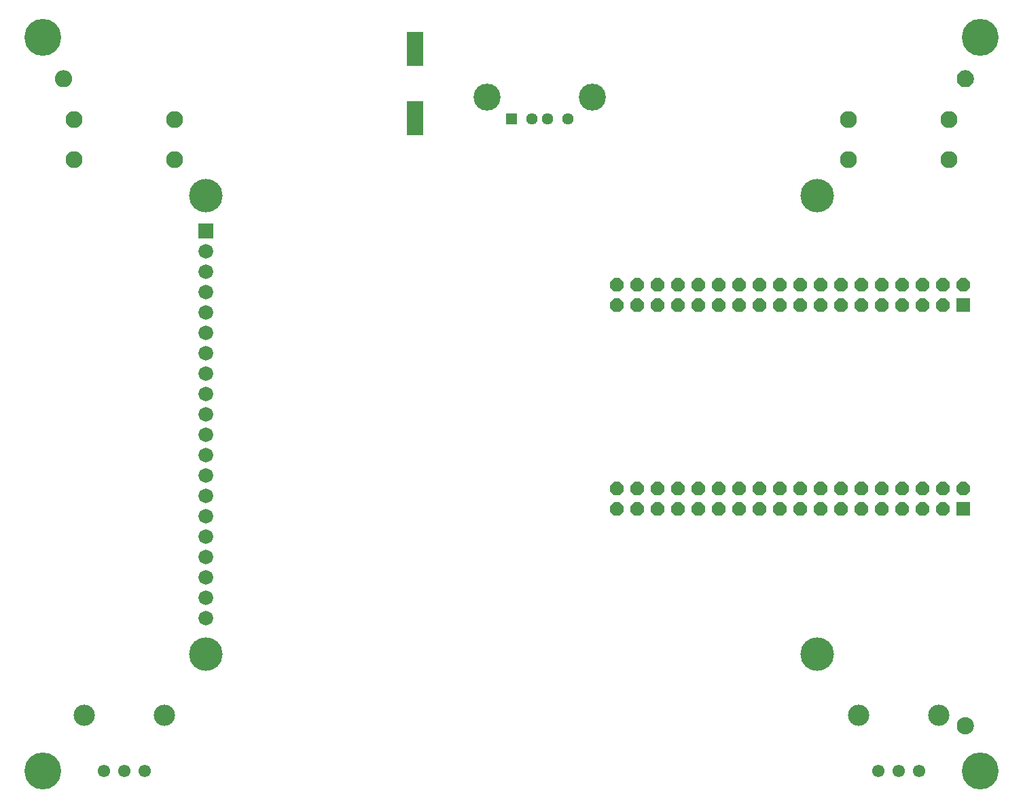
<source format=gbr>
G04 EAGLE Gerber RS-274X export*
G75*
%MOMM*%
%FSLAX34Y34*%
%LPD*%
%INSoldermask Bottom*%
%IPPOS*%
%AMOC8*
5,1,8,0,0,1.08239X$1,22.5*%
G01*
%ADD10C,2.112400*%
%ADD11C,1.552400*%
%ADD12C,2.652400*%
%ADD13R,1.440400X1.440400*%
%ADD14C,1.440400*%
%ADD15C,3.372400*%
%ADD16R,2.152400X4.252400*%
%ADD17C,0.609600*%
%ADD18C,1.168400*%
%ADD19C,4.597400*%
%ADD20R,1.676400X1.676400*%
%ADD21P,1.814519X8X202.500000*%
%ADD22R,1.828800X1.828800*%
%ADD23C,1.828800*%
%ADD24C,4.168400*%


D10*
X1180100Y863200D03*
X1180100Y813200D03*
X1055100Y813200D03*
X1055100Y863200D03*
D11*
X1092600Y50800D03*
X1117600Y50800D03*
X1142600Y50800D03*
D12*
X1067600Y120800D03*
X1167600Y120800D03*
D11*
X127400Y50800D03*
X152400Y50800D03*
X177400Y50800D03*
D12*
X102400Y120800D03*
X202400Y120800D03*
D10*
X214900Y863200D03*
X214900Y813200D03*
X89900Y813200D03*
X89900Y863200D03*
D13*
X635000Y863600D03*
D14*
X660000Y863600D03*
X680000Y863600D03*
X705000Y863600D03*
D15*
X604300Y890700D03*
X735700Y890700D03*
D16*
X514350Y864550D03*
X514350Y951550D03*
D17*
X68580Y914400D02*
X68582Y914587D01*
X68589Y914774D01*
X68601Y914961D01*
X68617Y915147D01*
X68637Y915333D01*
X68662Y915518D01*
X68692Y915703D01*
X68726Y915887D01*
X68765Y916070D01*
X68808Y916252D01*
X68856Y916432D01*
X68908Y916612D01*
X68965Y916790D01*
X69025Y916967D01*
X69091Y917142D01*
X69160Y917316D01*
X69234Y917488D01*
X69312Y917658D01*
X69394Y917826D01*
X69480Y917992D01*
X69570Y918156D01*
X69664Y918317D01*
X69762Y918477D01*
X69864Y918633D01*
X69970Y918788D01*
X70080Y918939D01*
X70193Y919088D01*
X70310Y919234D01*
X70430Y919377D01*
X70554Y919517D01*
X70681Y919654D01*
X70812Y919788D01*
X70946Y919919D01*
X71083Y920046D01*
X71223Y920170D01*
X71366Y920290D01*
X71512Y920407D01*
X71661Y920520D01*
X71812Y920630D01*
X71967Y920736D01*
X72123Y920838D01*
X72283Y920936D01*
X72444Y921030D01*
X72608Y921120D01*
X72774Y921206D01*
X72942Y921288D01*
X73112Y921366D01*
X73284Y921440D01*
X73458Y921509D01*
X73633Y921575D01*
X73810Y921635D01*
X73988Y921692D01*
X74168Y921744D01*
X74348Y921792D01*
X74530Y921835D01*
X74713Y921874D01*
X74897Y921908D01*
X75082Y921938D01*
X75267Y921963D01*
X75453Y921983D01*
X75639Y921999D01*
X75826Y922011D01*
X76013Y922018D01*
X76200Y922020D01*
X76387Y922018D01*
X76574Y922011D01*
X76761Y921999D01*
X76947Y921983D01*
X77133Y921963D01*
X77318Y921938D01*
X77503Y921908D01*
X77687Y921874D01*
X77870Y921835D01*
X78052Y921792D01*
X78232Y921744D01*
X78412Y921692D01*
X78590Y921635D01*
X78767Y921575D01*
X78942Y921509D01*
X79116Y921440D01*
X79288Y921366D01*
X79458Y921288D01*
X79626Y921206D01*
X79792Y921120D01*
X79956Y921030D01*
X80117Y920936D01*
X80277Y920838D01*
X80433Y920736D01*
X80588Y920630D01*
X80739Y920520D01*
X80888Y920407D01*
X81034Y920290D01*
X81177Y920170D01*
X81317Y920046D01*
X81454Y919919D01*
X81588Y919788D01*
X81719Y919654D01*
X81846Y919517D01*
X81970Y919377D01*
X82090Y919234D01*
X82207Y919088D01*
X82320Y918939D01*
X82430Y918788D01*
X82536Y918633D01*
X82638Y918477D01*
X82736Y918317D01*
X82830Y918156D01*
X82920Y917992D01*
X83006Y917826D01*
X83088Y917658D01*
X83166Y917488D01*
X83240Y917316D01*
X83309Y917142D01*
X83375Y916967D01*
X83435Y916790D01*
X83492Y916612D01*
X83544Y916432D01*
X83592Y916252D01*
X83635Y916070D01*
X83674Y915887D01*
X83708Y915703D01*
X83738Y915518D01*
X83763Y915333D01*
X83783Y915147D01*
X83799Y914961D01*
X83811Y914774D01*
X83818Y914587D01*
X83820Y914400D01*
X83818Y914213D01*
X83811Y914026D01*
X83799Y913839D01*
X83783Y913653D01*
X83763Y913467D01*
X83738Y913282D01*
X83708Y913097D01*
X83674Y912913D01*
X83635Y912730D01*
X83592Y912548D01*
X83544Y912368D01*
X83492Y912188D01*
X83435Y912010D01*
X83375Y911833D01*
X83309Y911658D01*
X83240Y911484D01*
X83166Y911312D01*
X83088Y911142D01*
X83006Y910974D01*
X82920Y910808D01*
X82830Y910644D01*
X82736Y910483D01*
X82638Y910323D01*
X82536Y910167D01*
X82430Y910012D01*
X82320Y909861D01*
X82207Y909712D01*
X82090Y909566D01*
X81970Y909423D01*
X81846Y909283D01*
X81719Y909146D01*
X81588Y909012D01*
X81454Y908881D01*
X81317Y908754D01*
X81177Y908630D01*
X81034Y908510D01*
X80888Y908393D01*
X80739Y908280D01*
X80588Y908170D01*
X80433Y908064D01*
X80277Y907962D01*
X80117Y907864D01*
X79956Y907770D01*
X79792Y907680D01*
X79626Y907594D01*
X79458Y907512D01*
X79288Y907434D01*
X79116Y907360D01*
X78942Y907291D01*
X78767Y907225D01*
X78590Y907165D01*
X78412Y907108D01*
X78232Y907056D01*
X78052Y907008D01*
X77870Y906965D01*
X77687Y906926D01*
X77503Y906892D01*
X77318Y906862D01*
X77133Y906837D01*
X76947Y906817D01*
X76761Y906801D01*
X76574Y906789D01*
X76387Y906782D01*
X76200Y906780D01*
X76013Y906782D01*
X75826Y906789D01*
X75639Y906801D01*
X75453Y906817D01*
X75267Y906837D01*
X75082Y906862D01*
X74897Y906892D01*
X74713Y906926D01*
X74530Y906965D01*
X74348Y907008D01*
X74168Y907056D01*
X73988Y907108D01*
X73810Y907165D01*
X73633Y907225D01*
X73458Y907291D01*
X73284Y907360D01*
X73112Y907434D01*
X72942Y907512D01*
X72774Y907594D01*
X72608Y907680D01*
X72444Y907770D01*
X72283Y907864D01*
X72123Y907962D01*
X71967Y908064D01*
X71812Y908170D01*
X71661Y908280D01*
X71512Y908393D01*
X71366Y908510D01*
X71223Y908630D01*
X71083Y908754D01*
X70946Y908881D01*
X70812Y909012D01*
X70681Y909146D01*
X70554Y909283D01*
X70430Y909423D01*
X70310Y909566D01*
X70193Y909712D01*
X70080Y909861D01*
X69970Y910012D01*
X69864Y910167D01*
X69762Y910323D01*
X69664Y910483D01*
X69570Y910644D01*
X69480Y910808D01*
X69394Y910974D01*
X69312Y911142D01*
X69234Y911312D01*
X69160Y911484D01*
X69091Y911658D01*
X69025Y911833D01*
X68965Y912010D01*
X68908Y912188D01*
X68856Y912368D01*
X68808Y912548D01*
X68765Y912730D01*
X68726Y912913D01*
X68692Y913097D01*
X68662Y913282D01*
X68637Y913467D01*
X68617Y913653D01*
X68601Y913839D01*
X68589Y914026D01*
X68582Y914213D01*
X68580Y914400D01*
D18*
X76200Y914400D03*
D17*
X1192530Y914400D02*
X1192532Y914587D01*
X1192539Y914774D01*
X1192551Y914961D01*
X1192567Y915147D01*
X1192587Y915333D01*
X1192612Y915518D01*
X1192642Y915703D01*
X1192676Y915887D01*
X1192715Y916070D01*
X1192758Y916252D01*
X1192806Y916432D01*
X1192858Y916612D01*
X1192915Y916790D01*
X1192975Y916967D01*
X1193041Y917142D01*
X1193110Y917316D01*
X1193184Y917488D01*
X1193262Y917658D01*
X1193344Y917826D01*
X1193430Y917992D01*
X1193520Y918156D01*
X1193614Y918317D01*
X1193712Y918477D01*
X1193814Y918633D01*
X1193920Y918788D01*
X1194030Y918939D01*
X1194143Y919088D01*
X1194260Y919234D01*
X1194380Y919377D01*
X1194504Y919517D01*
X1194631Y919654D01*
X1194762Y919788D01*
X1194896Y919919D01*
X1195033Y920046D01*
X1195173Y920170D01*
X1195316Y920290D01*
X1195462Y920407D01*
X1195611Y920520D01*
X1195762Y920630D01*
X1195917Y920736D01*
X1196073Y920838D01*
X1196233Y920936D01*
X1196394Y921030D01*
X1196558Y921120D01*
X1196724Y921206D01*
X1196892Y921288D01*
X1197062Y921366D01*
X1197234Y921440D01*
X1197408Y921509D01*
X1197583Y921575D01*
X1197760Y921635D01*
X1197938Y921692D01*
X1198118Y921744D01*
X1198298Y921792D01*
X1198480Y921835D01*
X1198663Y921874D01*
X1198847Y921908D01*
X1199032Y921938D01*
X1199217Y921963D01*
X1199403Y921983D01*
X1199589Y921999D01*
X1199776Y922011D01*
X1199963Y922018D01*
X1200150Y922020D01*
X1200337Y922018D01*
X1200524Y922011D01*
X1200711Y921999D01*
X1200897Y921983D01*
X1201083Y921963D01*
X1201268Y921938D01*
X1201453Y921908D01*
X1201637Y921874D01*
X1201820Y921835D01*
X1202002Y921792D01*
X1202182Y921744D01*
X1202362Y921692D01*
X1202540Y921635D01*
X1202717Y921575D01*
X1202892Y921509D01*
X1203066Y921440D01*
X1203238Y921366D01*
X1203408Y921288D01*
X1203576Y921206D01*
X1203742Y921120D01*
X1203906Y921030D01*
X1204067Y920936D01*
X1204227Y920838D01*
X1204383Y920736D01*
X1204538Y920630D01*
X1204689Y920520D01*
X1204838Y920407D01*
X1204984Y920290D01*
X1205127Y920170D01*
X1205267Y920046D01*
X1205404Y919919D01*
X1205538Y919788D01*
X1205669Y919654D01*
X1205796Y919517D01*
X1205920Y919377D01*
X1206040Y919234D01*
X1206157Y919088D01*
X1206270Y918939D01*
X1206380Y918788D01*
X1206486Y918633D01*
X1206588Y918477D01*
X1206686Y918317D01*
X1206780Y918156D01*
X1206870Y917992D01*
X1206956Y917826D01*
X1207038Y917658D01*
X1207116Y917488D01*
X1207190Y917316D01*
X1207259Y917142D01*
X1207325Y916967D01*
X1207385Y916790D01*
X1207442Y916612D01*
X1207494Y916432D01*
X1207542Y916252D01*
X1207585Y916070D01*
X1207624Y915887D01*
X1207658Y915703D01*
X1207688Y915518D01*
X1207713Y915333D01*
X1207733Y915147D01*
X1207749Y914961D01*
X1207761Y914774D01*
X1207768Y914587D01*
X1207770Y914400D01*
X1207768Y914213D01*
X1207761Y914026D01*
X1207749Y913839D01*
X1207733Y913653D01*
X1207713Y913467D01*
X1207688Y913282D01*
X1207658Y913097D01*
X1207624Y912913D01*
X1207585Y912730D01*
X1207542Y912548D01*
X1207494Y912368D01*
X1207442Y912188D01*
X1207385Y912010D01*
X1207325Y911833D01*
X1207259Y911658D01*
X1207190Y911484D01*
X1207116Y911312D01*
X1207038Y911142D01*
X1206956Y910974D01*
X1206870Y910808D01*
X1206780Y910644D01*
X1206686Y910483D01*
X1206588Y910323D01*
X1206486Y910167D01*
X1206380Y910012D01*
X1206270Y909861D01*
X1206157Y909712D01*
X1206040Y909566D01*
X1205920Y909423D01*
X1205796Y909283D01*
X1205669Y909146D01*
X1205538Y909012D01*
X1205404Y908881D01*
X1205267Y908754D01*
X1205127Y908630D01*
X1204984Y908510D01*
X1204838Y908393D01*
X1204689Y908280D01*
X1204538Y908170D01*
X1204383Y908064D01*
X1204227Y907962D01*
X1204067Y907864D01*
X1203906Y907770D01*
X1203742Y907680D01*
X1203576Y907594D01*
X1203408Y907512D01*
X1203238Y907434D01*
X1203066Y907360D01*
X1202892Y907291D01*
X1202717Y907225D01*
X1202540Y907165D01*
X1202362Y907108D01*
X1202182Y907056D01*
X1202002Y907008D01*
X1201820Y906965D01*
X1201637Y906926D01*
X1201453Y906892D01*
X1201268Y906862D01*
X1201083Y906837D01*
X1200897Y906817D01*
X1200711Y906801D01*
X1200524Y906789D01*
X1200337Y906782D01*
X1200150Y906780D01*
X1199963Y906782D01*
X1199776Y906789D01*
X1199589Y906801D01*
X1199403Y906817D01*
X1199217Y906837D01*
X1199032Y906862D01*
X1198847Y906892D01*
X1198663Y906926D01*
X1198480Y906965D01*
X1198298Y907008D01*
X1198118Y907056D01*
X1197938Y907108D01*
X1197760Y907165D01*
X1197583Y907225D01*
X1197408Y907291D01*
X1197234Y907360D01*
X1197062Y907434D01*
X1196892Y907512D01*
X1196724Y907594D01*
X1196558Y907680D01*
X1196394Y907770D01*
X1196233Y907864D01*
X1196073Y907962D01*
X1195917Y908064D01*
X1195762Y908170D01*
X1195611Y908280D01*
X1195462Y908393D01*
X1195316Y908510D01*
X1195173Y908630D01*
X1195033Y908754D01*
X1194896Y908881D01*
X1194762Y909012D01*
X1194631Y909146D01*
X1194504Y909283D01*
X1194380Y909423D01*
X1194260Y909566D01*
X1194143Y909712D01*
X1194030Y909861D01*
X1193920Y910012D01*
X1193814Y910167D01*
X1193712Y910323D01*
X1193614Y910483D01*
X1193520Y910644D01*
X1193430Y910808D01*
X1193344Y910974D01*
X1193262Y911142D01*
X1193184Y911312D01*
X1193110Y911484D01*
X1193041Y911658D01*
X1192975Y911833D01*
X1192915Y912010D01*
X1192858Y912188D01*
X1192806Y912368D01*
X1192758Y912548D01*
X1192715Y912730D01*
X1192676Y912913D01*
X1192642Y913097D01*
X1192612Y913282D01*
X1192587Y913467D01*
X1192567Y913653D01*
X1192551Y913839D01*
X1192539Y914026D01*
X1192532Y914213D01*
X1192530Y914400D01*
D18*
X1200150Y914400D03*
D17*
X1192530Y107950D02*
X1192532Y108137D01*
X1192539Y108324D01*
X1192551Y108511D01*
X1192567Y108697D01*
X1192587Y108883D01*
X1192612Y109068D01*
X1192642Y109253D01*
X1192676Y109437D01*
X1192715Y109620D01*
X1192758Y109802D01*
X1192806Y109982D01*
X1192858Y110162D01*
X1192915Y110340D01*
X1192975Y110517D01*
X1193041Y110692D01*
X1193110Y110866D01*
X1193184Y111038D01*
X1193262Y111208D01*
X1193344Y111376D01*
X1193430Y111542D01*
X1193520Y111706D01*
X1193614Y111867D01*
X1193712Y112027D01*
X1193814Y112183D01*
X1193920Y112338D01*
X1194030Y112489D01*
X1194143Y112638D01*
X1194260Y112784D01*
X1194380Y112927D01*
X1194504Y113067D01*
X1194631Y113204D01*
X1194762Y113338D01*
X1194896Y113469D01*
X1195033Y113596D01*
X1195173Y113720D01*
X1195316Y113840D01*
X1195462Y113957D01*
X1195611Y114070D01*
X1195762Y114180D01*
X1195917Y114286D01*
X1196073Y114388D01*
X1196233Y114486D01*
X1196394Y114580D01*
X1196558Y114670D01*
X1196724Y114756D01*
X1196892Y114838D01*
X1197062Y114916D01*
X1197234Y114990D01*
X1197408Y115059D01*
X1197583Y115125D01*
X1197760Y115185D01*
X1197938Y115242D01*
X1198118Y115294D01*
X1198298Y115342D01*
X1198480Y115385D01*
X1198663Y115424D01*
X1198847Y115458D01*
X1199032Y115488D01*
X1199217Y115513D01*
X1199403Y115533D01*
X1199589Y115549D01*
X1199776Y115561D01*
X1199963Y115568D01*
X1200150Y115570D01*
X1200337Y115568D01*
X1200524Y115561D01*
X1200711Y115549D01*
X1200897Y115533D01*
X1201083Y115513D01*
X1201268Y115488D01*
X1201453Y115458D01*
X1201637Y115424D01*
X1201820Y115385D01*
X1202002Y115342D01*
X1202182Y115294D01*
X1202362Y115242D01*
X1202540Y115185D01*
X1202717Y115125D01*
X1202892Y115059D01*
X1203066Y114990D01*
X1203238Y114916D01*
X1203408Y114838D01*
X1203576Y114756D01*
X1203742Y114670D01*
X1203906Y114580D01*
X1204067Y114486D01*
X1204227Y114388D01*
X1204383Y114286D01*
X1204538Y114180D01*
X1204689Y114070D01*
X1204838Y113957D01*
X1204984Y113840D01*
X1205127Y113720D01*
X1205267Y113596D01*
X1205404Y113469D01*
X1205538Y113338D01*
X1205669Y113204D01*
X1205796Y113067D01*
X1205920Y112927D01*
X1206040Y112784D01*
X1206157Y112638D01*
X1206270Y112489D01*
X1206380Y112338D01*
X1206486Y112183D01*
X1206588Y112027D01*
X1206686Y111867D01*
X1206780Y111706D01*
X1206870Y111542D01*
X1206956Y111376D01*
X1207038Y111208D01*
X1207116Y111038D01*
X1207190Y110866D01*
X1207259Y110692D01*
X1207325Y110517D01*
X1207385Y110340D01*
X1207442Y110162D01*
X1207494Y109982D01*
X1207542Y109802D01*
X1207585Y109620D01*
X1207624Y109437D01*
X1207658Y109253D01*
X1207688Y109068D01*
X1207713Y108883D01*
X1207733Y108697D01*
X1207749Y108511D01*
X1207761Y108324D01*
X1207768Y108137D01*
X1207770Y107950D01*
X1207768Y107763D01*
X1207761Y107576D01*
X1207749Y107389D01*
X1207733Y107203D01*
X1207713Y107017D01*
X1207688Y106832D01*
X1207658Y106647D01*
X1207624Y106463D01*
X1207585Y106280D01*
X1207542Y106098D01*
X1207494Y105918D01*
X1207442Y105738D01*
X1207385Y105560D01*
X1207325Y105383D01*
X1207259Y105208D01*
X1207190Y105034D01*
X1207116Y104862D01*
X1207038Y104692D01*
X1206956Y104524D01*
X1206870Y104358D01*
X1206780Y104194D01*
X1206686Y104033D01*
X1206588Y103873D01*
X1206486Y103717D01*
X1206380Y103562D01*
X1206270Y103411D01*
X1206157Y103262D01*
X1206040Y103116D01*
X1205920Y102973D01*
X1205796Y102833D01*
X1205669Y102696D01*
X1205538Y102562D01*
X1205404Y102431D01*
X1205267Y102304D01*
X1205127Y102180D01*
X1204984Y102060D01*
X1204838Y101943D01*
X1204689Y101830D01*
X1204538Y101720D01*
X1204383Y101614D01*
X1204227Y101512D01*
X1204067Y101414D01*
X1203906Y101320D01*
X1203742Y101230D01*
X1203576Y101144D01*
X1203408Y101062D01*
X1203238Y100984D01*
X1203066Y100910D01*
X1202892Y100841D01*
X1202717Y100775D01*
X1202540Y100715D01*
X1202362Y100658D01*
X1202182Y100606D01*
X1202002Y100558D01*
X1201820Y100515D01*
X1201637Y100476D01*
X1201453Y100442D01*
X1201268Y100412D01*
X1201083Y100387D01*
X1200897Y100367D01*
X1200711Y100351D01*
X1200524Y100339D01*
X1200337Y100332D01*
X1200150Y100330D01*
X1199963Y100332D01*
X1199776Y100339D01*
X1199589Y100351D01*
X1199403Y100367D01*
X1199217Y100387D01*
X1199032Y100412D01*
X1198847Y100442D01*
X1198663Y100476D01*
X1198480Y100515D01*
X1198298Y100558D01*
X1198118Y100606D01*
X1197938Y100658D01*
X1197760Y100715D01*
X1197583Y100775D01*
X1197408Y100841D01*
X1197234Y100910D01*
X1197062Y100984D01*
X1196892Y101062D01*
X1196724Y101144D01*
X1196558Y101230D01*
X1196394Y101320D01*
X1196233Y101414D01*
X1196073Y101512D01*
X1195917Y101614D01*
X1195762Y101720D01*
X1195611Y101830D01*
X1195462Y101943D01*
X1195316Y102060D01*
X1195173Y102180D01*
X1195033Y102304D01*
X1194896Y102431D01*
X1194762Y102562D01*
X1194631Y102696D01*
X1194504Y102833D01*
X1194380Y102973D01*
X1194260Y103116D01*
X1194143Y103262D01*
X1194030Y103411D01*
X1193920Y103562D01*
X1193814Y103717D01*
X1193712Y103873D01*
X1193614Y104033D01*
X1193520Y104194D01*
X1193430Y104358D01*
X1193344Y104524D01*
X1193262Y104692D01*
X1193184Y104862D01*
X1193110Y105034D01*
X1193041Y105208D01*
X1192975Y105383D01*
X1192915Y105560D01*
X1192858Y105738D01*
X1192806Y105918D01*
X1192758Y106098D01*
X1192715Y106280D01*
X1192676Y106463D01*
X1192642Y106647D01*
X1192612Y106832D01*
X1192587Y107017D01*
X1192567Y107203D01*
X1192551Y107389D01*
X1192539Y107576D01*
X1192532Y107763D01*
X1192530Y107950D01*
D18*
X1200150Y107950D03*
D19*
X50800Y965200D03*
X1219200Y965200D03*
X50800Y50800D03*
X1219200Y50800D03*
D20*
X1198200Y378200D03*
D21*
X1198200Y403600D03*
X1172800Y378200D03*
X1172800Y403600D03*
X1147400Y378200D03*
X1147400Y403600D03*
X1122000Y378200D03*
X1122000Y403600D03*
X1096600Y378200D03*
X1096600Y403600D03*
X1071200Y378200D03*
X1071200Y403600D03*
X1045800Y378200D03*
X1045800Y403600D03*
X1020400Y378200D03*
X1020400Y403600D03*
X995000Y378200D03*
X995000Y403600D03*
X969600Y378200D03*
X969600Y403600D03*
X944200Y378200D03*
X944200Y403600D03*
X918800Y378200D03*
X918800Y403600D03*
X893400Y378200D03*
X893400Y403600D03*
X868000Y378200D03*
X868000Y403600D03*
X842600Y378200D03*
X842600Y403600D03*
X817200Y378200D03*
X817200Y403600D03*
X791800Y378200D03*
X791800Y403600D03*
X766400Y378200D03*
X766400Y403600D03*
D20*
X1198200Y632200D03*
D21*
X1198200Y657600D03*
X1172800Y632200D03*
X1172800Y657600D03*
X1147400Y632200D03*
X1147400Y657600D03*
X1122000Y632200D03*
X1122000Y657600D03*
X1096600Y632200D03*
X1096600Y657600D03*
X1071200Y632200D03*
X1071200Y657600D03*
X1045800Y632200D03*
X1045800Y657600D03*
X1020400Y632200D03*
X1020400Y657600D03*
X995000Y632200D03*
X995000Y657600D03*
X969600Y632200D03*
X969600Y657600D03*
X944200Y632200D03*
X944200Y657600D03*
X918800Y632200D03*
X918800Y657600D03*
X893400Y632200D03*
X893400Y657600D03*
X868000Y632200D03*
X868000Y657600D03*
X842600Y632200D03*
X842600Y657600D03*
X817200Y632200D03*
X817200Y657600D03*
X791800Y632200D03*
X791800Y657600D03*
X766400Y632200D03*
X766400Y657600D03*
D22*
X254000Y723900D03*
D23*
X254000Y698500D03*
X254000Y673100D03*
X254000Y647700D03*
X254000Y622300D03*
X254000Y596900D03*
X254000Y571500D03*
X254000Y546100D03*
X254000Y520700D03*
X254000Y495300D03*
X254000Y469900D03*
X254000Y444500D03*
X254000Y419100D03*
X254000Y393700D03*
X254000Y368300D03*
X254000Y342900D03*
X254000Y317500D03*
X254000Y292100D03*
X254000Y266700D03*
X254000Y241300D03*
D24*
X254000Y768350D03*
X254000Y196850D03*
X1016000Y768350D03*
X1016000Y196850D03*
M02*

</source>
